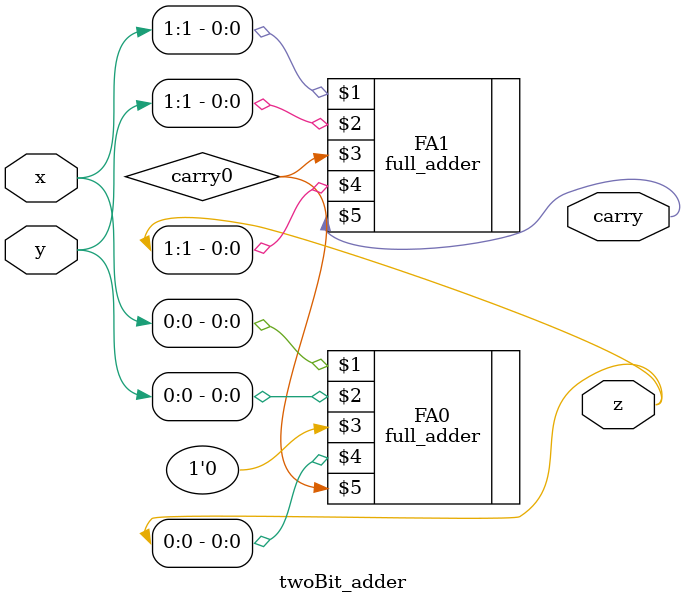
<source format=v>
`timescale 1ns / 1ps
module twoBit_adder(x, y, z, carry);
	input [1:0] x;
	input [1:0] y;
	output [1:0] z;
	wire [1:0] z;
	output carry;
	wire carry;
	wire carry0;
	full_adder FA0(x[0], y[0], 1'b0, z[0], carry0);
	full_adder FA1(x[1], y[1], carry0, z[1], carry);
endmodule

</source>
